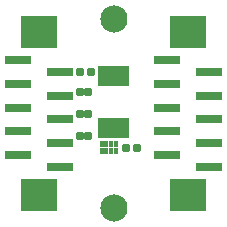
<source format=gts>
G04 EAGLE Gerber RS-274X export*
G75*
%MOMM*%
%FSLAX34Y34*%
%LPD*%
%INSolder stop mask*%
%IPPOS*%
%AMOC8*
5,1,8,0,0,$1,22.5*%
G01*
%ADD10C,2.3032*%
%ADD11R,2.2032X0.8032*%
%ADD12R,3.1032X2.8032*%
%ADD13R,0.6532X1.6532*%
%ADD14C,0.450047*%
%ADD15C,0.330503*%
%ADD16R,0.4032X0.5032*%
D10*
X0150000Y0650000D02*
X0245000Y0830000D03*
X0245000Y0670000D03*
D11*
X0164500Y0795000D03*
X0199500Y0785000D03*
X0164500Y0775000D03*
X0199500Y0765000D03*
X0164500Y0755000D03*
X0199500Y0745000D03*
X0164500Y0735000D03*
X0199500Y0725000D03*
X0164500Y0715000D03*
X0199500Y0705000D03*
D12*
X0182000Y0819000D03*
X0182000Y0681000D03*
D13*
X0254750Y0782000D03*
X0248250Y0782000D03*
X0241750Y0782000D03*
X0235250Y0782000D03*
X0235250Y0738000D03*
X0241750Y0738000D03*
X0248250Y0738000D03*
X0254750Y0738000D03*
D14*
X0217541Y0784334D02*
X0215009Y0784334D01*
X0215009Y0786866D01*
X0217541Y0786866D01*
X0217541Y0784334D01*
X0224259Y0784334D02*
X0226790Y0784334D01*
X0224259Y0784334D02*
X0224259Y0786866D01*
X0226790Y0786866D01*
X0226790Y0784334D01*
X0253809Y0720234D02*
X0256341Y0720234D01*
X0253809Y0720234D02*
X0253809Y0722766D01*
X0256341Y0722766D01*
X0256341Y0720234D01*
X0263059Y0720234D02*
X0265591Y0720234D01*
X0263059Y0720234D02*
X0263059Y0722766D01*
X0265591Y0722766D01*
X0265591Y0720234D01*
D11*
X0325500Y0705000D03*
X0290500Y0715000D03*
X0325500Y0725000D03*
X0290500Y0735000D03*
X0325500Y0745000D03*
X0290500Y0755000D03*
X0325500Y0765000D03*
X0290500Y0775000D03*
X0325500Y0785000D03*
X0290500Y0795000D03*
D12*
X0308000Y0681000D03*
X0308000Y0819000D03*
D15*
X0225278Y0769964D02*
X0221550Y0769964D01*
X0225278Y0769964D02*
X0225278Y0766236D01*
X0221550Y0766236D01*
X0221550Y0769964D01*
X0221550Y0769376D02*
X0225278Y0769376D01*
X0218650Y0769964D02*
X0214922Y0769964D01*
X0218650Y0769964D02*
X0218650Y0766236D01*
X0214922Y0766236D01*
X0214922Y0769964D01*
X0214922Y0769376D02*
X0218650Y0769376D01*
X0221650Y0751364D02*
X0225378Y0751364D01*
X0225378Y0747636D01*
X0221650Y0747636D01*
X0221650Y0751364D01*
X0221650Y0750776D02*
X0225378Y0750776D01*
X0218750Y0751364D02*
X0215022Y0751364D01*
X0218750Y0751364D02*
X0218750Y0747636D01*
X0215022Y0747636D01*
X0215022Y0751364D01*
X0215022Y0750776D02*
X0218750Y0750776D01*
X0221650Y0732864D02*
X0225378Y0732864D01*
X0225378Y0729136D01*
X0221650Y0729136D01*
X0221650Y0732864D01*
X0221650Y0732276D02*
X0225378Y0732276D01*
X0218750Y0732864D02*
X0215022Y0732864D01*
X0218750Y0732864D02*
X0218750Y0729136D01*
X0215022Y0729136D01*
X0215022Y0732864D01*
X0215022Y0732276D02*
X0218750Y0732276D01*
D16*
X0235000Y0718500D03*
X0239000Y0718500D03*
X0243000Y0718500D03*
X0247000Y0718500D03*
X0247000Y0724500D03*
X0243000Y0724500D03*
X0239000Y0724500D03*
X0235000Y0724500D03*
M02*
</source>
